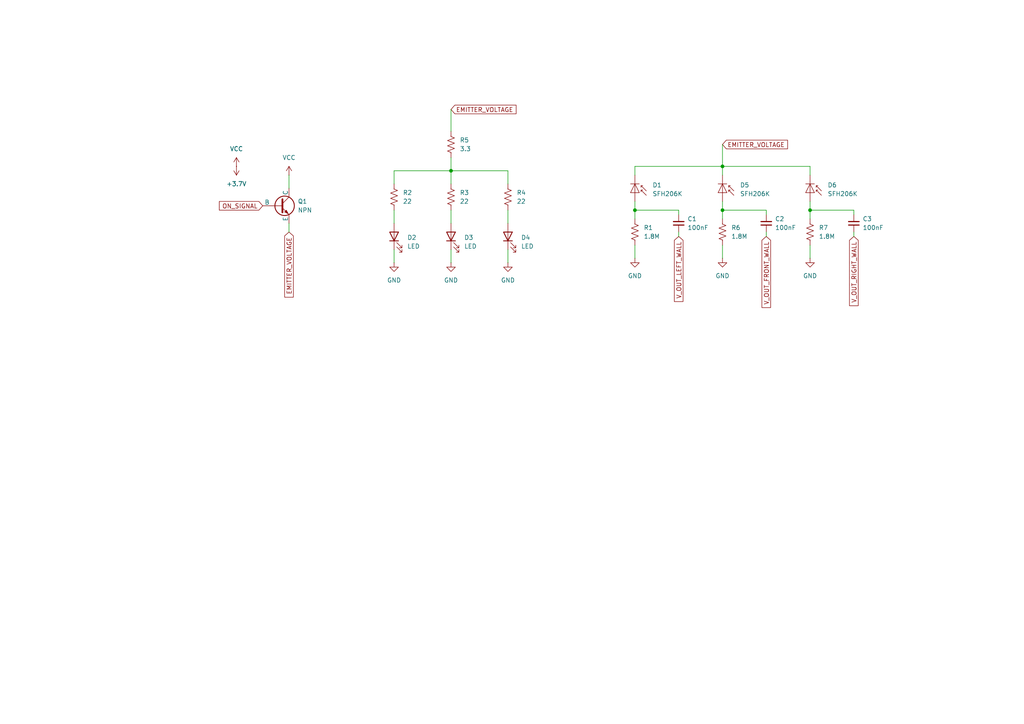
<source format=kicad_sch>
(kicad_sch (version 20231120) (generator "eeschema") (generator_version "8.0")
  (paper "A4")
  (lib_symbols
    (symbol "Device:C_Small" (pin_numbers hide) (pin_names (offset 0.254) hide)
      (property "Reference" "C" (at 0.254 1.778 0))
      (property "Value" "C_Small" (at 0.254 -2.032 0))
      (symbol "C_Small_0_1"
        (polyline (pts (xy -1.524 -0.508) (xy 1.524 -0.508)) (stroke (width 0.3302)))
        (polyline (pts (xy -1.524 0.508) (xy 1.524 0.508)) (stroke (width 0.3048)))
      )
      (symbol "C_Small_1_1"
        (pin passive line (at 0 2.54 270) (length 2.032) (name "~") (number "1"))
        (pin passive line (at 0 -2.54 90) (length 2.032) (name "~") (number "2"))
      )
    )
    (symbol "Device:LED" (pin_numbers hide) (pin_names (offset 1.016) hide)
      (property "Reference" "D" (at 0 2.54 0))
      (property "Value" "LED" (at 0 -2.54 0))
      (symbol "LED_0_1"
        (polyline (pts (xy -1.27 -1.27) (xy -1.27 1.27)) (stroke (width 0.254)))
        (polyline (pts (xy -1.27 0) (xy 1.27 0)))
        (polyline (pts (xy 1.27 -1.27) (xy 1.27 1.27) (xy -1.27 0) (xy 1.27 -1.27)) (stroke (width 0.254)))
        (polyline (pts (xy -3.048 -0.762) (xy -4.572 -2.286) (xy -3.81 -2.286) (xy -4.572 -2.286) (xy -4.572 -1.524)))
        (polyline (pts (xy -1.778 -0.762) (xy -3.302 -2.286) (xy -2.54 -2.286) (xy -3.302 -2.286) (xy -3.302 -1.524)))
      )
      (symbol "LED_1_1"
        (pin passive line (at -3.81 0 0) (length 2.54) (name "K") (number "1"))
        (pin passive line (at 3.81 0 180) (length 2.54) (name "A") (number "2"))
      )
    )
    (symbol "Device:R_US" (pin_numbers hide) (pin_names (offset 0))
      (property "Reference" "R" (at 2.54 0 90))
      (property "Value" "R_US" (at -2.54 0 90))
      (symbol "R_US_0_1"
        (polyline (pts (xy 0 -2.286) (xy 0 -2.54)))
        (polyline (pts (xy 0 2.286) (xy 0 2.54)))
        (polyline (pts (xy 0 -0.762) (xy 1.016 -1.143) (xy 0 -1.524) (xy -1.016 -1.905) (xy 0 -2.286)))
        (polyline (pts (xy 0 0.762) (xy 1.016 0.381) (xy 0 0) (xy -1.016 -0.381) (xy 0 -0.762)))
        (polyline (pts (xy 0 2.286) (xy 1.016 1.905) (xy 0 1.524) (xy -1.016 1.143) (xy 0 0.762)))
      )
      (symbol "R_US_1_1"
        (pin passive line (at 0 3.81 270) (length 1.27) (name "~") (number "1"))
        (pin passive line (at 0 -3.81 90) (length 1.27) (name "~") (number "2"))
      )
    )
    (symbol "Sensor_Optical:SFH206K" (pin_numbers hide) (pin_names hide)
      (property "Reference" "D" (at 0.508 1.778 0))
      (property "Value" "SFH206K" (at -1.016 -2.794 0))
      (symbol "SFH206K_0_1"
        (polyline (pts (xy -2.54 1.27) (xy -2.54 -1.27)) (stroke (width 0.1524)))
        (polyline (pts (xy -2.032 1.778) (xy -1.524 1.778)))
        (polyline (pts (xy 0 -1.27) (xy 0 1.27)))
        (polyline (pts (xy 0 0) (xy -2.54 0)))
        (polyline (pts (xy -0.508 3.302) (xy -2.032 1.778) (xy -2.032 2.286)))
        (polyline (pts (xy 0 1.27) (xy -2.54 0) (xy 0 -1.27)))
        (polyline (pts (xy 0.762 3.302) (xy -0.762 1.778) (xy -0.762 2.286) (xy -0.762 1.778) (xy -0.254 1.778)))
      )
      (symbol "SFH206K_1_1"
        (pin passive line (at -5.08 0 0) (length 2.54) (name "K") (number "1"))
        (pin passive line (at 2.54 0 180) (length 2.54) (name "A") (number "2"))
      )
    )
    (symbol "Simulation_SPICE:NPN" (pin_numbers hide) (pin_names (offset 0))
      (property "Reference" "Q" (at -2.54 7.62 0))
      (property "Value" "NPN" (at -2.54 5.08 0))
      (symbol "NPN_0_1"
        (polyline (pts (xy -2.54 0) (xy 0.635 0)) (stroke (width 0.1524)))
        (polyline (pts (xy 0.635 0.635) (xy 2.54 2.54)))
        (polyline (pts (xy 2.794 -1.27) (xy 2.794 -1.27)) (stroke (width 0.1524)))
        (polyline (pts (xy 2.794 -1.27) (xy 2.794 -1.27)) (stroke (width 0.1524)))
        (polyline (pts (xy 0.635 -0.635) (xy 2.54 -2.54) (xy 2.54 -2.54)))
        (polyline (pts (xy 0.635 1.905) (xy 0.635 -1.905) (xy 0.635 -1.905)) (stroke (width 0.508)))
        (polyline (pts (xy 1.27 -1.778) (xy 1.778 -1.27) (xy 2.286 -2.286) (xy 1.27 -1.778) (xy 1.27 -1.778)) (fill (type outline)))
        (circle (center 1.27 0) (radius 2.8194) (stroke (width 0.254)))
      )
      (symbol "NPN_1_1"
        (pin open_collector line (at 2.54 5.08 270) (length 2.54) (name "C") (number "1"))
        (pin input line (at -5.08 0 0) (length 2.54) (name "B") (number "2"))
        (pin open_emitter line (at 2.54 -5.08 90) (length 2.54) (name "E") (number "3"))
      )
    )
    (symbol "power:+3.3V" (power) (pin_numbers hide) (pin_names (offset 0) hide)
      (property "Value" "+3.3V" (at 0 3.556 0))
      (symbol "+3.3V_0_1"
        (polyline (pts (xy -0.762 1.27) (xy 0 2.54)))
        (polyline (pts (xy 0 0) (xy 0 2.54)))
        (polyline (pts (xy 0 2.54) (xy 0.762 1.27)))
      )
      (symbol "+3.3V_1_1"
        (pin power_in line (at 0 0 90) (length 0) (name "~") (number "1"))
      )
    )
    (symbol "power:GND" (power) (pin_numbers hide) (pin_names (offset 0) hide)
      (property "Value" "GND" (at 0 -3.81 0))
      (symbol "GND_0_1"
        (polyline (pts (xy 0 0) (xy 0 -1.27) (xy 1.27 -1.27) (xy 0 -2.54) (xy -1.27 -1.27) (xy 0 -1.27)))
      )
      (symbol "GND_1_1"
        (pin power_in line (at 0 0 270) (length 0) (name "~") (number "1"))
      )
    )
    (symbol "power:VCC" (power) (pin_numbers hide) (pin_names (offset 0) hide)
      (property "Value" "VCC" (at 0 3.556 0))
      (symbol "VCC_0_1"
        (polyline (pts (xy -0.762 1.27) (xy 0 2.54)))
        (polyline (pts (xy 0 0) (xy 0 2.54)))
        (polyline (pts (xy 0 2.54) (xy 0.762 1.27)))
      )
      (symbol "VCC_1_1"
        (pin power_in line (at 0 0 90) (length 0) (name "~") (number "1"))
      )
    )
  )
  (junction (at 209.55 48.26))
  (junction (at 209.55 60.96))
  (junction (at 130.81 49.53))
  (junction (at 184.15 60.96))
  (junction (at 234.95 60.96))
  (wire (pts (xy 130.81 49.53) (xy 130.81 53.34)))
  (wire (pts (xy 184.15 48.26) (xy 209.55 48.26)))
  (wire (pts (xy 130.81 49.53) (xy 147.32 49.53)))
  (wire (pts (xy 222.25 62.23) (xy 222.25 60.96)))
  (wire (pts (xy 130.81 31.75) (xy 130.81 38.1)))
  (wire (pts (xy 209.55 58.42) (xy 209.55 60.96)))
  (wire (pts (xy 247.65 68.58) (xy 247.65 67.31)))
  (wire (pts (xy 234.95 71.12) (xy 234.95 74.93)))
  (wire (pts (xy 196.85 60.96) (xy 184.15 60.96)))
  (wire (pts (xy 247.65 62.23) (xy 247.65 60.96)))
  (wire (pts (xy 234.95 58.42) (xy 234.95 60.96)))
  (wire (pts (xy 184.15 60.96) (xy 184.15 63.5)))
  (wire (pts (xy 209.55 71.12) (xy 209.55 74.93)))
  (wire (pts (xy 222.25 68.58) (xy 222.25 67.31)))
  (wire (pts (xy 130.81 72.39) (xy 130.81 76.2)))
  (wire (pts (xy 196.85 62.23) (xy 196.85 60.96)))
  (wire (pts (xy 114.3 49.53) (xy 114.3 53.34)))
  (wire (pts (xy 114.3 72.39) (xy 114.3 76.2)))
  (wire (pts (xy 114.3 60.96) (xy 114.3 64.77)))
  (wire (pts (xy 83.82 50.8) (xy 83.82 54.61)))
  (wire (pts (xy 234.95 50.8) (xy 234.95 48.26)))
  (wire (pts (xy 247.65 60.96) (xy 234.95 60.96)))
  (wire (pts (xy 209.55 41.91) (xy 209.55 48.26)))
  (wire (pts (xy 147.32 60.96) (xy 147.32 64.77)))
  (wire (pts (xy 114.3 49.53) (xy 130.81 49.53)))
  (wire (pts (xy 130.81 60.96) (xy 130.81 64.77)))
  (wire (pts (xy 184.15 58.42) (xy 184.15 60.96)))
  (wire (pts (xy 184.15 71.12) (xy 184.15 74.93)))
  (wire (pts (xy 184.15 50.8) (xy 184.15 48.26)))
  (wire (pts (xy 196.85 68.58) (xy 196.85 67.31)))
  (wire (pts (xy 83.82 64.77) (xy 83.82 67.31)))
  (wire (pts (xy 209.55 48.26) (xy 209.55 50.8)))
  (wire (pts (xy 130.81 45.72) (xy 130.81 49.53)))
  (wire (pts (xy 147.32 53.34) (xy 147.32 49.53)))
  (wire (pts (xy 209.55 48.26) (xy 234.95 48.26)))
  (wire (pts (xy 147.32 72.39) (xy 147.32 76.2)))
  (wire (pts (xy 222.25 60.96) (xy 209.55 60.96)))
  (wire (pts (xy 209.55 60.96) (xy 209.55 63.5)))
  (wire (pts (xy 234.95 60.96) (xy 234.95 63.5)))
  (global_label "EMITTER_VOLTAGE" (shape input) (at 83.82 67.31 270) (property "Intersheetrefs" "${INTERSHEET_REFS}" (effects (hide yes))))
  (global_label "EMITTER_VOLTAGE" (shape input) (at 130.81 31.75 0) (property "Intersheetrefs" "${INTERSHEET_REFS}" (effects (hide yes))))
  (global_label "ON_SIGNAL" (shape input) (at 76.2 59.69 180) (property "Intersheetrefs" "${INTERSHEET_REFS}" (effects (hide yes))))
  (global_label "EMITTER_VOLTAGE" (shape input) (at 209.55 41.91 0) (property "Intersheetrefs" "${INTERSHEET_REFS}" (effects (hide yes))))
  (global_label "V_OUT_LEFT_WALL" (shape input) (at 196.85 68.58 270) (property "Intersheetrefs" "${INTERSHEET_REFS}" (effects (hide yes))))
  (global_label "V_OUT_FRONT_WALL" (shape input) (at 222.25 68.58 270) (property "Intersheetrefs" "${INTERSHEET_REFS}" (effects (hide yes))))
  (global_label "V_OUT_RIGHT_WALL" (shape input) (at 247.65 68.58 270) (property "Intersheetrefs" "${INTERSHEET_REFS}" (effects (hide yes))))
  (symbol (lib_id "Device:R_US") (at 130.81 41.91 0) (unit 1)
    (property "Reference" "R5" (at 133.35 40.6399 0) (effects (justify left)))
    (property "Value" "3.3" (at 133.35 43.1799 0) (effects (justify left)))
    (property "Description" "Resistor, US symbol" (effects (hide yes)))
  )
  (symbol (lib_id "Device:LED") (at 114.3 68.58 90) (unit 1)
    (property "Reference" "D2" (at 118.11 68.8974 90) (effects (justify right)))
    (property "Value" "LED" (at 118.11 71.4374 90) (effects (justify right)))
    (property "Description" "Light emitting diode" (effects (hide yes)))
  )
  (symbol (lib_id "power:VCC") (at 83.82 50.8 0) (unit 1)
    (property "Reference" "#PWR03" (effects (hide yes)))
    (property "Value" "VCC" (at 83.82 45.72 0))
    (property "Description" "Power symbol creates a global label with name \"VCC\"" (effects (hide yes)))
  )
  (symbol (lib_id "Device:LED") (at 130.81 68.58 90) (unit 1)
    (property "Reference" "D3" (at 134.62 68.8974 90) (effects (justify right)))
    (property "Value" "LED" (at 134.62 71.4374 90) (effects (justify right)))
    (property "Description" "Light emitting diode" (effects (hide yes)))
  )
  (symbol (lib_id "power:GND") (at 130.81 76.2 0) (unit 1)
    (property "Reference" "#PWR06" (effects (hide yes)))
    (property "Value" "GND" (at 130.81 81.28 0))
    (property "Description" "Power symbol creates a global label with name \"GND\" , ground" (effects (hide yes)))
  )
  (symbol (lib_id "power:GND") (at 184.15 74.93 0) (unit 1)
    (property "Reference" "#PWR01" (effects (hide yes)))
    (property "Value" "GND" (at 184.15 80.01 0))
    (property "Description" "Power symbol creates a global label with name \"GND\" , ground" (effects (hide yes)))
  )
  (symbol (lib_id "power:GND") (at 209.55 74.93 0) (unit 1)
    (property "Reference" "#PWR08" (effects (hide yes)))
    (property "Value" "GND" (at 209.55 80.01 0))
    (property "Description" "Power symbol creates a global label with name \"GND\" , ground" (effects (hide yes)))
  )
  (symbol (lib_id "Device:R_US") (at 130.81 57.15 0) (unit 1)
    (property "Reference" "R3" (at 133.35 55.8799 0) (effects (justify left)))
    (property "Value" "22" (at 133.35 58.4199 0) (effects (justify left)))
    (property "Description" "Resistor, US symbol" (effects (hide yes)))
  )
  (symbol (lib_id "power:GND") (at 234.95 74.93 0) (unit 1)
    (property "Reference" "#PWR09" (effects (hide yes)))
    (property "Value" "GND" (at 234.95 80.01 0))
    (property "Description" "Power symbol creates a global label with name \"GND\" , ground" (effects (hide yes)))
  )
  (symbol (lib_id "power:VCC") (at 68.58 48.26 0) (unit 1)
    (property "Reference" "#PWR02" (effects (hide yes)))
    (property "Value" "VCC" (at 68.58 43.18 0))
    (property "Description" "Power symbol creates a global label with name \"VCC\"" (effects (hide yes)))
  )
  (symbol (lib_id "power:+3.3V") (at 68.58 48.26 180) (unit 1)
    (property "Reference" "#PWR05" (effects (hide yes)))
    (property "Value" "+3.7V" (at 68.58 53.34 0))
    (property "Description" "Power symbol creates a global label with name \"+3.3V\"" (effects (hide yes)))
  )
  (symbol (lib_id "Sensor_Optical:SFH206K") (at 209.55 55.88 270) (unit 1)
    (property "Reference" "D5" (at 214.63 53.6828 90) (effects (justify left)))
    (property "Value" "SFH206K" (at 214.63 56.2228 90) (effects (justify left)))
    (property "Footprint" "OptoDevice:Osram_SFH205" (effects (hide yes)))
    (property "Datasheet" "http://www.osram-os.com/Graphics/XPic0/00211439_0.pdf/SFH%20206%20K.pdf" (effects (hide yes)))
    (property "Description" "Silicon PIN Photodiode" (effects (hide yes)))
  )
  (symbol (lib_id "Device:C_Small") (at 196.85 64.77 180) (unit 1)
    (property "Reference" "C1" (at 199.39 63.4935 0) (effects (justify right)))
    (property "Value" "100nF" (at 199.39 66.0335 0) (effects (justify right)))
    (property "Description" "Unpolarized capacitor, small symbol" (effects (hide yes)))
  )
  (symbol (lib_id "Simulation_SPICE:NPN") (at 81.28 59.69 0) (unit 1)
    (property "Reference" "Q1" (at 86.36 58.4199 0) (effects (justify left)))
    (property "Value" "NPN" (at 86.36 60.9599 0) (effects (justify left)))
    (property "Datasheet" "https://ngspice.sourceforge.io/docs/ngspice-html-manual/manual.xhtml#cha_BJTs" (effects (hide yes)))
    (property "Description" "Bipolar transistor symbol for simulation only, substrate tied to the emitter" (effects (hide yes)))
    (property "Sim.Device" "NPN" (effects (hide yes)))
    (property "Sim.Type" "GUMMELPOON" (effects (hide yes)))
    (property "Sim.Pins" "1=C 2=B 3=E" (effects (hide yes)))
  )
  (symbol (lib_id "Device:R_US") (at 234.95 67.31 0) (unit 1)
    (property "Reference" "R7" (at 237.49 66.0399 0) (effects (justify left)))
    (property "Value" "1.8M" (at 237.49 68.5799 0) (effects (justify left)))
    (property "Description" "Resistor, US symbol" (effects (hide yes)))
  )
  (symbol (lib_id "Device:R_US") (at 184.15 67.31 0) (unit 1)
    (property "Reference" "R1" (at 186.69 66.0399 0) (effects (justify left)))
    (property "Value" "1.8M" (at 186.69 68.5799 0) (effects (justify left)))
    (property "Description" "Resistor, US symbol" (effects (hide yes)))
  )
  (symbol (lib_id "Device:R_US") (at 147.32 57.15 0) (unit 1)
    (property "Reference" "R4" (at 149.86 55.8799 0) (effects (justify left)))
    (property "Value" "22" (at 149.86 58.4199 0) (effects (justify left)))
    (property "Description" "Resistor, US symbol" (effects (hide yes)))
  )
  (symbol (lib_id "Device:R_US") (at 209.55 67.31 0) (unit 1)
    (property "Reference" "R6" (at 212.09 66.0399 0) (effects (justify left)))
    (property "Value" "1.8M" (at 212.09 68.5799 0) (effects (justify left)))
    (property "Description" "Resistor, US symbol" (effects (hide yes)))
  )
  (symbol (lib_id "power:GND") (at 114.3 76.2 0) (unit 1)
    (property "Reference" "#PWR04" (effects (hide yes)))
    (property "Value" "GND" (at 114.3 81.28 0))
    (property "Description" "Power symbol creates a global label with name \"GND\" , ground" (effects (hide yes)))
  )
  (symbol (lib_id "Device:C_Small") (at 247.65 64.77 180) (unit 1)
    (property "Reference" "C3" (at 250.19 63.4935 0) (effects (justify right)))
    (property "Value" "100nF" (at 250.19 66.0335 0) (effects (justify right)))
    (property "Description" "Unpolarized capacitor, small symbol" (effects (hide yes)))
  )
  (symbol (lib_id "Device:R_US") (at 114.3 57.15 0) (unit 1)
    (property "Reference" "R2" (at 116.84 55.8799 0) (effects (justify left)))
    (property "Value" "22" (at 116.84 58.4199 0) (effects (justify left)))
    (property "Description" "Resistor, US symbol" (effects (hide yes)))
  )
  (symbol (lib_id "power:GND") (at 147.32 76.2 0) (unit 1)
    (property "Reference" "#PWR07" (effects (hide yes)))
    (property "Value" "GND" (at 147.32 81.28 0))
    (property "Description" "Power symbol creates a global label with name \"GND\" , ground" (effects (hide yes)))
  )
  (symbol (lib_id "Sensor_Optical:SFH206K") (at 184.15 55.88 270) (unit 1)
    (property "Reference" "D1" (at 189.23 53.6828 90) (effects (justify left)))
    (property "Value" "SFH206K" (at 189.23 56.2228 90) (effects (justify left)))
    (property "Footprint" "OptoDevice:Osram_SFH205" (effects (hide yes)))
    (property "Datasheet" "http://www.osram-os.com/Graphics/XPic0/00211439_0.pdf/SFH%20206%20K.pdf" (effects (hide yes)))
    (property "Description" "Silicon PIN Photodiode" (effects (hide yes)))
  )
  (symbol (lib_id "Device:LED") (at 147.32 68.58 90) (unit 1)
    (property "Reference" "D4" (at 151.13 68.8974 90) (effects (justify right)))
    (property "Value" "LED" (at 151.13 71.4374 90) (effects (justify right)))
    (property "Description" "Light emitting diode" (effects (hide yes)))
  )
  (symbol (lib_id "Device:C_Small") (at 222.25 64.77 180) (unit 1)
    (property "Reference" "C2" (at 224.79 63.4935 0) (effects (justify right)))
    (property "Value" "100nF" (at 224.79 66.0335 0) (effects (justify right)))
    (property "Description" "Unpolarized capacitor, small symbol" (effects (hide yes)))
  )
  (symbol (lib_id "Sensor_Optical:SFH206K") (at 234.95 55.88 270) (unit 1)
    (property "Reference" "D6" (at 240.03 53.6828 90) (effects (justify left)))
    (property "Value" "SFH206K" (at 240.03 56.2228 90) (effects (justify left)))
    (property "Footprint" "OptoDevice:Osram_SFH205" (effects (hide yes)))
    (property "Datasheet" "http://www.osram-os.com/Graphics/XPic0/00211439_0.pdf/SFH%20206%20K.pdf" (effects (hide yes)))
    (property "Description" "Silicon PIN Photodiode" (effects (hide yes)))
  )
)
</source>
